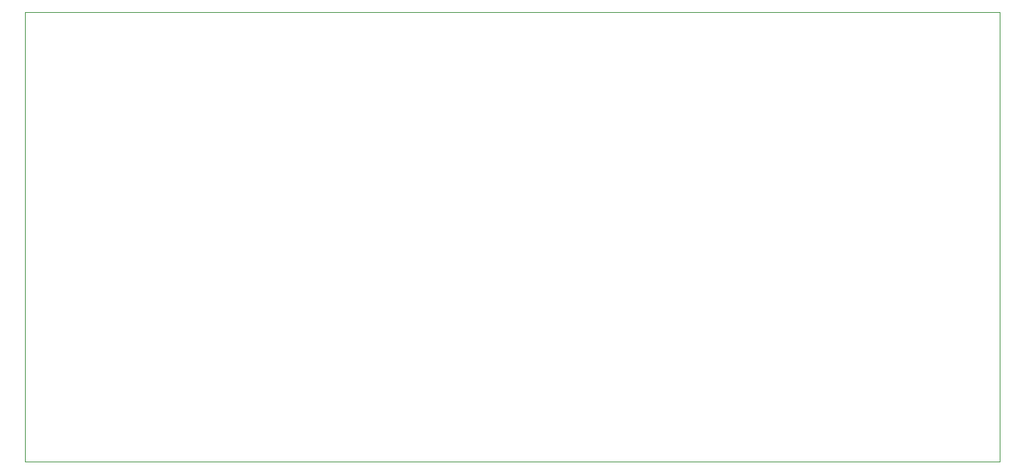
<source format=gbr>
G04 #@! TF.GenerationSoftware,KiCad,Pcbnew,(5.1.4)-1*
G04 #@! TF.CreationDate,2019-09-01T08:56:02+10:00*
G04 #@! TF.ProjectId,RGB BNC,52474220-424e-4432-9e6b-696361645f70,rev?*
G04 #@! TF.SameCoordinates,Original*
G04 #@! TF.FileFunction,Profile,NP*
%FSLAX46Y46*%
G04 Gerber Fmt 4.6, Leading zero omitted, Abs format (unit mm)*
G04 Created by KiCad (PCBNEW (5.1.4)-1) date 2019-09-01 08:56:02*
%MOMM*%
%LPD*%
G04 APERTURE LIST*
%ADD10C,0.100000*%
G04 APERTURE END LIST*
D10*
X52070000Y-127000000D02*
X52070000Y-73660000D01*
X167640000Y-127000000D02*
X52070000Y-127000000D01*
X167640000Y-73660000D02*
X167640000Y-127000000D01*
X52070000Y-73660000D02*
X167640000Y-73660000D01*
M02*

</source>
